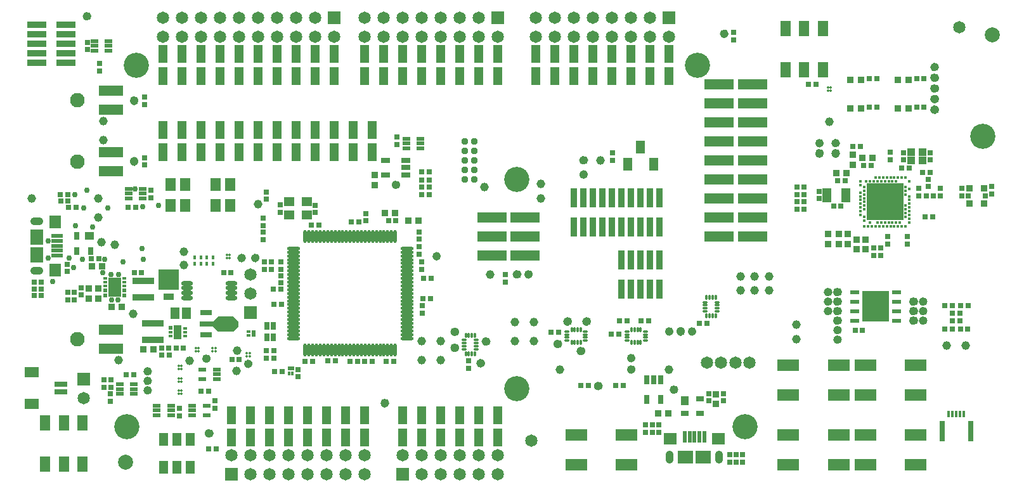
<source format=gts>
G04*
G04 #@! TF.GenerationSoftware,Altium Limited,Altium Designer,18.0.11 (651)*
G04*
G04 Layer_Color=8388736*
%FSLAX24Y24*%
%MOIN*%
G70*
G01*
G75*
%ADD108C,0.0240*%
%ADD109R,0.0532X0.0493*%
%ADD110C,0.0454*%
%ADD111R,0.0296X0.0257*%
%ADD112R,0.0296X0.0277*%
%ADD113R,0.0355X0.0375*%
%ADD114R,0.0277X0.0296*%
%ADD115R,0.0257X0.0316*%
%ADD116R,0.0257X0.0296*%
%ADD117C,0.0139*%
%ADD118R,0.0690X0.1044*%
%ADD119R,0.0232X0.0154*%
%ADD120R,0.0232X0.0242*%
%ADD121R,0.0237X0.0198*%
%ADD122R,0.0237X0.0158*%
%ADD123R,0.0414X0.0769*%
%ADD124R,0.0611X0.0296*%
%ADD125R,0.0729X0.0296*%
%ADD126O,0.0710X0.0178*%
%ADD127O,0.0178X0.0710*%
%ADD128R,0.1123X0.0375*%
%ADD129R,0.0375X0.0355*%
%ADD130R,0.0493X0.0611*%
%ADD131R,0.0395X0.0454*%
%ADD132R,0.0395X0.0296*%
%ADD133R,0.0454X0.0395*%
%ADD134R,0.0296X0.0395*%
%ADD135R,0.0158X0.0202*%
%ADD136R,0.1060X0.1111*%
%ADD137R,0.0560X0.0360*%
%ADD138R,0.0316X0.0257*%
%ADD139C,0.0787*%
%ADD140R,0.0288X0.0257*%
%ADD141R,0.0375X0.0355*%
%ADD142R,0.0611X0.0690*%
%ADD143R,0.0670X0.0808*%
%ADD144R,0.0592X0.0217*%
%ADD145R,0.0690X0.0611*%
%ADD146R,0.0808X0.0670*%
%ADD147R,0.0217X0.0592*%
%ADD148C,0.0370*%
%ADD149R,0.0296X0.1084*%
%ADD150R,0.0178X0.0375*%
%ADD151R,0.0670X0.0296*%
%ADD152R,0.0769X0.0532*%
%ADD153R,0.0360X0.0380*%
%ADD154R,0.0316X0.0395*%
%ADD155R,0.0462X0.0922*%
%ADD156R,0.1560X0.0560*%
%ADD157R,0.0359X0.1005*%
%ADD158R,0.1005X0.0359*%
%ADD159R,0.1312X0.0560*%
%ADD160R,0.0414X0.0198*%
%ADD161R,0.0217X0.0336*%
%ADD162R,0.0217X0.0158*%
%ADD163R,0.0336X0.0217*%
%ADD164R,0.0158X0.0217*%
%ADD165R,0.1143X0.0611*%
%ADD166R,0.0532X0.0847*%
%ADD167R,0.0454X0.0690*%
%ADD168R,0.0532X0.0690*%
%ADD169C,0.0148*%
%ADD170R,0.1949X0.1949*%
%ADD171R,0.1399X0.1635*%
%ADD172R,0.0513X0.0237*%
%ADD173C,0.0134*%
%ADD174O,0.0305X0.0136*%
%ADD175O,0.0136X0.0305*%
%ADD176O,0.0611X0.0237*%
%ADD177R,0.0296X0.0454*%
%ADD178R,0.0454X0.0296*%
%ADD179R,0.0434X0.0395*%
%ADD180R,0.0454X0.0769*%
%ADD181C,0.0651*%
%ADD182C,0.1320*%
%ADD183R,0.0651X0.0651*%
%ADD184R,0.0651X0.0651*%
%ADD185O,0.0690X0.0414*%
%ADD186O,0.0414X0.0690*%
%ADD187C,0.0761*%
%ADD188C,0.0300*%
G36*
X11083Y8804D02*
X11088Y8803D01*
X11092Y8801D01*
X11096Y8798D01*
X11100Y8795D01*
X11356Y8539D01*
X11359Y8536D01*
X11361Y8532D01*
X11363Y8527D01*
X11364Y8523D01*
X11364Y8518D01*
Y8282D01*
X11364Y8277D01*
X11363Y8273D01*
X11361Y8268D01*
X11359Y8264D01*
X11356Y8261D01*
X11100Y8005D01*
X11096Y8002D01*
X11092Y7999D01*
X11088Y7997D01*
X11083Y7996D01*
X11078Y7996D01*
X10291D01*
X10286Y7996D01*
X10282Y7997D01*
X10277Y7999D01*
X10273Y8002D01*
X10270Y8005D01*
X10014Y8261D01*
X10011Y8264D01*
X10008Y8268D01*
X10006Y8273D01*
X10005Y8277D01*
X10005Y8282D01*
Y8518D01*
X10005Y8523D01*
X10006Y8527D01*
X10008Y8532D01*
X10011Y8536D01*
X10014Y8539D01*
X10270Y8795D01*
X10273Y8798D01*
X10277Y8801D01*
X10282Y8803D01*
X10286Y8804D01*
X10291Y8804D01*
X11078D01*
X11083Y8804D01*
D02*
G37*
D108*
X34710Y8011D02*
G03*
X34710Y8011I-110J0D01*
G01*
Y7989D02*
G03*
X34710Y7989I-110J0D01*
G01*
X42010Y17349D02*
G03*
X42010Y17349I-110J0D01*
G01*
Y17371D02*
G03*
X42010Y17371I-110J0D01*
G01*
X42860Y17349D02*
G03*
X42860Y17349I-110J0D01*
G01*
Y17371D02*
G03*
X42860Y17371I-110J0D01*
G01*
X42010Y17899D02*
G03*
X42010Y17899I-110J0D01*
G01*
X42860D02*
G03*
X42860Y17899I-110J0D01*
G01*
X42949Y9070D02*
G03*
X42949Y9070I-110J0D01*
G01*
X42971D02*
G03*
X42971Y9070I-110J0D01*
G01*
X42949Y9570D02*
G03*
X42949Y9570I-110J0D01*
G01*
X42971D02*
G03*
X42971Y9570I-110J0D01*
G01*
X42949Y10070D02*
G03*
X42949Y10070I-110J0D01*
G01*
X42971D02*
G03*
X42971Y10070I-110J0D01*
G01*
X46971Y8570D02*
G03*
X46971Y8570I-110J0D01*
G01*
X46949D02*
G03*
X46949Y8570I-110J0D01*
G01*
X46971Y9070D02*
G03*
X46971Y9070I-110J0D01*
G01*
X46949D02*
G03*
X46949Y9070I-110J0D01*
G01*
X46971Y9570D02*
G03*
X46971Y9570I-110J0D01*
G01*
X46949D02*
G03*
X46949Y9570I-110J0D01*
G01*
X42949Y8570D02*
G03*
X42949Y8570I-110J0D01*
G01*
X42971D02*
G03*
X42971Y8570I-110J0D01*
G01*
X42959Y8070D02*
G03*
X42959Y8070I-110J0D01*
G01*
Y7570D02*
G03*
X42959Y7570I-110J0D01*
G01*
X42461Y9070D02*
G03*
X42461Y9070I-110J0D01*
G01*
Y9570D02*
G03*
X42461Y9570I-110J0D01*
G01*
Y10070D02*
G03*
X42461Y10070I-110J0D01*
G01*
X47459Y8570D02*
G03*
X47459Y8570I-110J0D01*
G01*
Y9070D02*
G03*
X47459Y9070I-110J0D01*
G01*
Y9570D02*
G03*
X47459Y9570I-110J0D01*
G01*
X21881Y11951D02*
G03*
X21881Y11951I-110J0D01*
G01*
X37000Y23649D02*
G03*
X37000Y23649I-110J0D01*
G01*
X26711Y11000D02*
G03*
X26711Y11000I-110J0D01*
G01*
X26121D02*
G03*
X26121Y11000I-110J0D01*
G01*
X26099D02*
G03*
X26099Y11000I-110J0D01*
G01*
X6692Y5900D02*
G03*
X6692Y5900I-110J0D01*
G01*
X6691Y5400D02*
G03*
X6691Y5400I-110J0D01*
G01*
X6692Y4900D02*
G03*
X6692Y4900I-110J0D01*
G01*
X11979Y6296D02*
G03*
X11979Y6296I-110J0D01*
G01*
X19160Y4219D02*
G03*
X19160Y4219I-110J0D01*
G01*
Y4241D02*
G03*
X19160Y4241I-110J0D01*
G01*
X9780Y6571D02*
G03*
X9780Y6571I-110J0D01*
G01*
X5980Y16950D02*
G03*
X5980Y16950I-110J0D01*
G01*
Y16928D02*
G03*
X5980Y16928I-110J0D01*
G01*
Y20141D02*
G03*
X5980Y20141I-110J0D01*
G01*
Y20119D02*
G03*
X5980Y20119I-110J0D01*
G01*
X32109Y6600D02*
G03*
X32109Y6600I-110J0D01*
G01*
X35310Y7999D02*
G03*
X35310Y7999I-110J0D01*
G01*
X34110D02*
G03*
X34110Y7999I-110J0D01*
G01*
X32111Y6000D02*
G03*
X32111Y6000I-110J0D01*
G01*
X3501Y24570D02*
G03*
X3501Y24570I-110J0D01*
G01*
X11630Y11861D02*
G03*
X11630Y11861I-110J0D01*
G01*
X12350D02*
G03*
X12350Y11861I-110J0D01*
G01*
X30391Y5130D02*
G03*
X30391Y5130I-110J0D01*
G01*
X30369D02*
G03*
X30369Y5130I-110J0D01*
G01*
X34360Y4941D02*
G03*
X34360Y4941I-110J0D01*
G01*
X19741Y15710D02*
G03*
X19741Y15710I-110J0D01*
G01*
X48062Y21897D02*
G03*
X48062Y21897I-110J0D01*
G01*
X48074Y19657D02*
G03*
X48074Y19657I-110J0D01*
G01*
X48052D02*
G03*
X48052Y19657I-110J0D01*
G01*
X48074Y20217D02*
G03*
X48074Y20217I-110J0D01*
G01*
X48052D02*
G03*
X48052Y20217I-110J0D01*
G01*
X48074Y20777D02*
G03*
X48074Y20777I-110J0D01*
G01*
X48052D02*
G03*
X48052Y20777I-110J0D01*
G01*
X48074Y21337D02*
G03*
X48074Y21337I-110J0D01*
G01*
X48052D02*
G03*
X48052Y21337I-110J0D01*
G01*
X28239Y7340D02*
G03*
X28239Y7340I-110J0D01*
G01*
X28261D02*
G03*
X28261Y7340I-110J0D01*
G01*
X29481Y6970D02*
G03*
X29481Y6970I-110J0D01*
G01*
X29459D02*
G03*
X29459Y6970I-110J0D01*
G01*
X24211Y6330D02*
G03*
X24211Y6330I-110J0D01*
G01*
X24189D02*
G03*
X24189Y6330I-110J0D01*
G01*
X24491Y7470D02*
G03*
X24491Y7470I-110J0D01*
G01*
X24469D02*
G03*
X24469Y7470I-110J0D01*
G01*
X22829Y7980D02*
G03*
X22829Y7980I-110J0D01*
G01*
X22851D02*
G03*
X22851Y7980I-110J0D01*
G01*
X22829Y7140D02*
G03*
X22829Y7140I-110J0D01*
G01*
X22851D02*
G03*
X22851Y7140I-110J0D01*
G01*
X28759Y8520D02*
G03*
X28759Y8520I-110J0D01*
G01*
X28781D02*
G03*
X28781Y8520I-110J0D01*
G01*
X29759D02*
G03*
X29759Y8520I-110J0D01*
G01*
X29781D02*
G03*
X29781Y8520I-110J0D01*
G01*
X29621Y17000D02*
G03*
X29621Y17000I-110J0D01*
G01*
X29599D02*
G03*
X29599Y17000I-110J0D01*
G01*
X29611Y16250D02*
G03*
X29611Y16250I-110J0D01*
G01*
X9931Y2640D02*
G03*
X9931Y2640I-110J0D01*
G01*
X9909D02*
G03*
X9909Y2640I-110J0D01*
G01*
D109*
X14946Y14109D02*
D03*
Y14811D02*
D03*
X14006Y14109D02*
D03*
Y14811D02*
D03*
D110*
X27250Y15000D02*
D03*
Y15750D02*
D03*
X4250Y18050D02*
D03*
Y19050D02*
D03*
X25900Y7500D02*
D03*
X25900Y8500D02*
D03*
X26900Y7500D02*
D03*
Y8500D02*
D03*
X21000Y6500D02*
D03*
X22000D02*
D03*
X21000Y7500D02*
D03*
X22000D02*
D03*
X4860Y12559D02*
D03*
X4160Y12700D02*
D03*
X4000Y14000D02*
D03*
Y15000D02*
D03*
X48600Y7250D02*
D03*
X49600D02*
D03*
X8500Y12200D02*
D03*
X24600Y11000D02*
D03*
X11240Y5920D02*
D03*
X30400Y17000D02*
D03*
X42430Y19020D02*
D03*
X5050Y6500D02*
D03*
X34000Y6000D02*
D03*
X500Y15000D02*
D03*
X12400Y14700D02*
D03*
X11300Y7000D02*
D03*
X8500Y11500D02*
D03*
X40700Y7600D02*
D03*
Y8350D02*
D03*
X24300Y15600D02*
D03*
X28250Y6000D02*
D03*
X8800Y6450D02*
D03*
X5810Y8930D02*
D03*
X39250Y10900D02*
D03*
Y10150D02*
D03*
X38500Y10900D02*
D03*
Y10150D02*
D03*
X37750Y10900D02*
D03*
Y10150D02*
D03*
D111*
X7707Y6760D02*
D03*
X7313D02*
D03*
X44607Y16710D02*
D03*
X44213D02*
D03*
X43238Y15927D02*
D03*
X42844D02*
D03*
X47466Y14023D02*
D03*
X47860D02*
D03*
X46216Y16601D02*
D03*
X46610D02*
D03*
X42637Y14587D02*
D03*
X43031D02*
D03*
X15253Y6440D02*
D03*
X14859D02*
D03*
X15179Y13580D02*
D03*
X15573D02*
D03*
X16043Y6450D02*
D03*
X16437D02*
D03*
X17299Y13750D02*
D03*
X17693D02*
D03*
X19527Y6430D02*
D03*
X19133D02*
D03*
X19239Y13830D02*
D03*
X19633D02*
D03*
X21443Y9740D02*
D03*
X21049D02*
D03*
X27793Y7950D02*
D03*
X28187D02*
D03*
X48877Y8137D02*
D03*
X48483D02*
D03*
X49697D02*
D03*
X49303D02*
D03*
X30953Y7860D02*
D03*
X31347D02*
D03*
X44167Y8050D02*
D03*
X43773D02*
D03*
X35593Y8430D02*
D03*
X35987D02*
D03*
X2423Y14520D02*
D03*
X2817D02*
D03*
X4013Y11840D02*
D03*
X3619D02*
D03*
X995Y10240D02*
D03*
X602D02*
D03*
X6267Y11100D02*
D03*
X5873D02*
D03*
X10573D02*
D03*
X10967D02*
D03*
X9787Y4850D02*
D03*
X9393D02*
D03*
X13613Y9420D02*
D03*
X13219D02*
D03*
X13189Y10220D02*
D03*
X13583D02*
D03*
X2393Y15197D02*
D03*
X1999D02*
D03*
X47308Y16355D02*
D03*
X47702D02*
D03*
D112*
X7697Y7120D02*
D03*
X7303D02*
D03*
X47002Y19777D02*
D03*
X47395D02*
D03*
X44512D02*
D03*
X44905D02*
D03*
X44512Y21277D02*
D03*
X44905D02*
D03*
X47002D02*
D03*
X47395D02*
D03*
X29343Y5150D02*
D03*
X29737D02*
D03*
X21377Y16390D02*
D03*
X20983D02*
D03*
X17627Y6440D02*
D03*
X17233D02*
D03*
X17993D02*
D03*
X18387D02*
D03*
X21483Y10800D02*
D03*
X21089D02*
D03*
X5563Y14540D02*
D03*
X5957D02*
D03*
X48492Y9370D02*
D03*
X48885D02*
D03*
X49705D02*
D03*
X49312D02*
D03*
X31193Y5150D02*
D03*
X31587D02*
D03*
X32907Y8560D02*
D03*
X32513D02*
D03*
X31393D02*
D03*
X31787D02*
D03*
X995Y10590D02*
D03*
X602D02*
D03*
X20983Y15180D02*
D03*
X21377D02*
D03*
X20983Y15600D02*
D03*
X21377D02*
D03*
X20983Y15960D02*
D03*
X21377D02*
D03*
X8467Y7120D02*
D03*
X8073D02*
D03*
X5453Y5730D02*
D03*
X5847D02*
D03*
X11003Y6540D02*
D03*
X11397D02*
D03*
X9783Y1820D02*
D03*
X10177D02*
D03*
X13637Y5880D02*
D03*
X13243D02*
D03*
X41707Y20990D02*
D03*
X41313D02*
D03*
D113*
X33434Y3700D02*
D03*
X33966D02*
D03*
X42791Y16317D02*
D03*
X43322D02*
D03*
X44149Y17119D02*
D03*
X44681D02*
D03*
X19592Y14230D02*
D03*
X19060D02*
D03*
X20284Y13810D02*
D03*
X20816D02*
D03*
X3660Y11440D02*
D03*
X4192D02*
D03*
X5226Y9280D02*
D03*
X4694D02*
D03*
X6886Y7070D02*
D03*
X6354D02*
D03*
D114*
X37173Y1124D02*
D03*
Y1518D02*
D03*
X19683Y18217D02*
D03*
Y17823D02*
D03*
X3410Y23207D02*
D03*
Y22813D02*
D03*
X13076Y11263D02*
D03*
Y11657D02*
D03*
X37400Y23717D02*
D03*
Y23323D02*
D03*
X4050Y21693D02*
D03*
Y22087D02*
D03*
X6740Y15033D02*
D03*
Y15427D02*
D03*
X48900Y8553D02*
D03*
Y8947D02*
D03*
X49290Y8553D02*
D03*
Y8947D02*
D03*
X12660Y13956D02*
D03*
Y13563D02*
D03*
X12660Y12820D02*
D03*
Y13214D02*
D03*
X20836Y13237D02*
D03*
Y12843D02*
D03*
X25400Y10997D02*
D03*
Y10603D02*
D03*
X44744Y12385D02*
D03*
X45104D02*
D03*
X2730Y10047D02*
D03*
Y9653D02*
D03*
X3090Y10307D02*
D03*
Y9913D02*
D03*
X4639Y5467D02*
D03*
Y5073D02*
D03*
X4289Y5073D02*
D03*
Y5467D02*
D03*
X12830Y14943D02*
D03*
Y15337D02*
D03*
X4630Y4323D02*
D03*
Y4717D02*
D03*
X6430Y16742D02*
D03*
Y17136D02*
D03*
Y19933D02*
D03*
Y20327D02*
D03*
X14500Y5613D02*
D03*
Y6007D02*
D03*
X41070Y14827D02*
D03*
Y14433D02*
D03*
X40710Y14827D02*
D03*
Y14433D02*
D03*
X45104Y11991D02*
D03*
X44744D02*
D03*
X12829Y6987D02*
D03*
Y6593D02*
D03*
X13203Y6987D02*
D03*
Y6593D02*
D03*
X31020Y17003D02*
D03*
Y17397D02*
D03*
D115*
X37843Y1134D02*
D03*
Y1508D02*
D03*
X33113Y3077D02*
D03*
Y2703D02*
D03*
X36856Y4737D02*
D03*
Y4363D02*
D03*
X2336Y11143D02*
D03*
Y11517D02*
D03*
D116*
X37513Y1124D02*
D03*
Y1518D02*
D03*
X47718Y17407D02*
D03*
Y17013D02*
D03*
X46318Y17013D02*
D03*
Y17407D02*
D03*
X45468Y12989D02*
D03*
Y12595D02*
D03*
X46531Y12989D02*
D03*
Y12595D02*
D03*
X45606Y17015D02*
D03*
Y17408D02*
D03*
X41884Y15374D02*
D03*
Y14980D02*
D03*
X12726Y11263D02*
D03*
Y11657D02*
D03*
X13596Y11263D02*
D03*
Y11657D02*
D03*
X13566Y14273D02*
D03*
Y14667D02*
D03*
X15386Y14637D02*
D03*
Y14243D02*
D03*
X18056Y14207D02*
D03*
Y13813D02*
D03*
X21016Y9357D02*
D03*
Y8963D02*
D03*
X20986Y11667D02*
D03*
Y11273D02*
D03*
X20836Y12467D02*
D03*
Y12073D02*
D03*
X50937Y15238D02*
D03*
Y15631D02*
D03*
X23460Y6063D02*
D03*
Y6457D02*
D03*
X33463Y3087D02*
D03*
Y2693D02*
D03*
X36076Y4737D02*
D03*
Y4343D02*
D03*
X32765Y2688D02*
D03*
Y3082D02*
D03*
X2380Y10057D02*
D03*
Y9663D02*
D03*
X8250Y3573D02*
D03*
Y3967D02*
D03*
X10120Y3973D02*
D03*
Y4367D02*
D03*
X40710Y15597D02*
D03*
Y15203D02*
D03*
X41070Y15203D02*
D03*
Y15597D02*
D03*
X13596Y10543D02*
D03*
Y10937D02*
D03*
X48256Y15133D02*
D03*
Y15527D02*
D03*
X47606Y16007D02*
D03*
Y15613D02*
D03*
X47132Y15115D02*
D03*
Y15509D02*
D03*
X49379Y15526D02*
D03*
Y15132D02*
D03*
D117*
X34600Y8133D02*
D03*
Y7867D02*
D03*
X41900Y17227D02*
D03*
Y17493D02*
D03*
X42750Y17227D02*
D03*
Y17493D02*
D03*
X41900Y18023D02*
D03*
Y17777D02*
D03*
X42750Y18023D02*
D03*
Y17777D02*
D03*
X42717Y9070D02*
D03*
X42983D02*
D03*
X42717Y9570D02*
D03*
X42983D02*
D03*
X42717Y10070D02*
D03*
X42983D02*
D03*
X46983Y8570D02*
D03*
X46717D02*
D03*
X46983Y9070D02*
D03*
X46717D02*
D03*
X46983Y9570D02*
D03*
X46717D02*
D03*
X42717Y8570D02*
D03*
X42983D02*
D03*
X42973Y8070D02*
D03*
X42727D02*
D03*
X42973Y7570D02*
D03*
X42727D02*
D03*
X42227Y9070D02*
D03*
X42473D02*
D03*
X42227Y9570D02*
D03*
X42473D02*
D03*
X42227Y10070D02*
D03*
X42473D02*
D03*
X47473Y8570D02*
D03*
X47227D02*
D03*
X47473Y9070D02*
D03*
X47227D02*
D03*
X47473Y9570D02*
D03*
X47227D02*
D03*
X21771Y11827D02*
D03*
Y12073D02*
D03*
X36890Y23773D02*
D03*
Y23527D02*
D03*
X26477Y11000D02*
D03*
X26723D02*
D03*
X26133D02*
D03*
X25867D02*
D03*
X6458Y5900D02*
D03*
X6704D02*
D03*
X6457Y5400D02*
D03*
X6703D02*
D03*
X6458Y4900D02*
D03*
X6704D02*
D03*
X11745Y6296D02*
D03*
X11991D02*
D03*
X19050Y4097D02*
D03*
Y4363D02*
D03*
X9670Y6447D02*
D03*
Y6693D02*
D03*
X5870Y17072D02*
D03*
Y16806D02*
D03*
Y20263D02*
D03*
Y19997D02*
D03*
X32123Y6600D02*
D03*
X31877D02*
D03*
X35200Y8123D02*
D03*
Y7877D02*
D03*
X34000Y8123D02*
D03*
Y7877D02*
D03*
X31877Y6000D02*
D03*
X32123D02*
D03*
X3267Y24570D02*
D03*
X3513D02*
D03*
X11520Y11737D02*
D03*
Y11983D02*
D03*
X12240Y11737D02*
D03*
Y11983D02*
D03*
X30403Y5130D02*
D03*
X30137D02*
D03*
X34250Y4817D02*
D03*
Y5063D02*
D03*
X19507Y15710D02*
D03*
X19753D02*
D03*
X48076Y21897D02*
D03*
X47830D02*
D03*
X48086Y19657D02*
D03*
X47820D02*
D03*
X48086Y20217D02*
D03*
X47820D02*
D03*
X48086Y20777D02*
D03*
X47820D02*
D03*
X48086Y21337D02*
D03*
X47820D02*
D03*
X28007Y7340D02*
D03*
X28273D02*
D03*
X29493Y6970D02*
D03*
X29227D02*
D03*
X24223Y6330D02*
D03*
X23957D02*
D03*
X24503Y7470D02*
D03*
X24237D02*
D03*
X22597Y7980D02*
D03*
X22863D02*
D03*
X22597Y7140D02*
D03*
X22863D02*
D03*
X28527Y8520D02*
D03*
X28793D02*
D03*
X29527D02*
D03*
X29793D02*
D03*
X29633Y17000D02*
D03*
X29367D02*
D03*
X29377Y16250D02*
D03*
X29623D02*
D03*
X9943Y2640D02*
D03*
X9677D02*
D03*
D118*
X4860Y10340D02*
D03*
D119*
X4360Y10793D02*
D03*
Y10596D02*
D03*
Y10399D02*
D03*
X5360D02*
D03*
Y10596D02*
D03*
Y10793D02*
D03*
D120*
X4360Y10143D02*
D03*
Y9887D02*
D03*
X5360D02*
D03*
Y10143D02*
D03*
D121*
X7776Y8177D02*
D03*
D122*
Y7960D02*
D03*
Y7763D02*
D03*
X8544D02*
D03*
Y7960D02*
D03*
Y8157D02*
D03*
D123*
X8160Y7960D02*
D03*
D124*
X9641Y7809D02*
D03*
Y8991D02*
D03*
D125*
X9700Y8400D02*
D03*
D126*
X14244Y7638D02*
D03*
Y7835D02*
D03*
Y8031D02*
D03*
Y8228D02*
D03*
Y8425D02*
D03*
Y8622D02*
D03*
Y8819D02*
D03*
Y9016D02*
D03*
Y9213D02*
D03*
Y9409D02*
D03*
Y9606D02*
D03*
Y9803D02*
D03*
Y10000D02*
D03*
Y10197D02*
D03*
Y10394D02*
D03*
Y10591D02*
D03*
Y10787D02*
D03*
Y10984D02*
D03*
Y11181D02*
D03*
Y11378D02*
D03*
Y11575D02*
D03*
Y11772D02*
D03*
Y11968D02*
D03*
Y12165D02*
D03*
Y12362D02*
D03*
X20208D02*
D03*
Y12165D02*
D03*
Y11968D02*
D03*
Y11772D02*
D03*
Y11575D02*
D03*
Y11378D02*
D03*
Y11181D02*
D03*
Y10984D02*
D03*
Y10787D02*
D03*
Y10591D02*
D03*
Y10394D02*
D03*
Y10197D02*
D03*
Y10000D02*
D03*
Y9803D02*
D03*
Y9606D02*
D03*
Y9409D02*
D03*
Y9213D02*
D03*
Y9016D02*
D03*
Y8819D02*
D03*
Y8622D02*
D03*
Y8425D02*
D03*
Y8228D02*
D03*
Y8031D02*
D03*
Y7835D02*
D03*
Y7638D02*
D03*
D127*
X14864Y12982D02*
D03*
X15061D02*
D03*
X15258D02*
D03*
X15454D02*
D03*
X15651D02*
D03*
X15848D02*
D03*
X16045D02*
D03*
X16242D02*
D03*
X16439D02*
D03*
X16636D02*
D03*
X16832D02*
D03*
X17029D02*
D03*
X17226D02*
D03*
X17423D02*
D03*
X17620D02*
D03*
X17817D02*
D03*
X18013D02*
D03*
X18210D02*
D03*
X18407D02*
D03*
X18604D02*
D03*
X18801D02*
D03*
X18998D02*
D03*
X19195D02*
D03*
X19391D02*
D03*
X19588D02*
D03*
Y7018D02*
D03*
X19391D02*
D03*
X19195D02*
D03*
X18998D02*
D03*
X18801D02*
D03*
X18604D02*
D03*
X18407D02*
D03*
X18210D02*
D03*
X18013D02*
D03*
X17817D02*
D03*
X17620D02*
D03*
X17423D02*
D03*
X17226D02*
D03*
X17029D02*
D03*
X16832D02*
D03*
X16636D02*
D03*
X16439D02*
D03*
X16242D02*
D03*
X16045D02*
D03*
X15848D02*
D03*
X15651D02*
D03*
X15454D02*
D03*
X15258D02*
D03*
X15061D02*
D03*
X14864D02*
D03*
D128*
X6850Y7547D02*
D03*
Y8413D02*
D03*
X6340Y9777D02*
D03*
Y10643D02*
D03*
D129*
X42367Y12595D02*
D03*
Y13127D02*
D03*
X42919Y12595D02*
D03*
Y13127D02*
D03*
X43844Y12310D02*
D03*
Y12841D02*
D03*
X36466Y4175D02*
D03*
Y4706D02*
D03*
X3970Y9724D02*
D03*
Y10256D02*
D03*
X3500Y9724D02*
D03*
Y10256D02*
D03*
X18530Y15694D02*
D03*
Y16226D02*
D03*
X43667Y17300D02*
D03*
Y16769D02*
D03*
X43381Y12595D02*
D03*
Y13127D02*
D03*
X44307Y12310D02*
D03*
Y12841D02*
D03*
D130*
X8015Y8970D02*
D03*
X8605D02*
D03*
D131*
X34804Y4366D02*
D03*
D132*
Y3697D02*
D03*
X35611D02*
D03*
Y4445D02*
D03*
D133*
X3521Y13034D02*
D03*
D134*
X2852D02*
D03*
Y12226D02*
D03*
X3600D02*
D03*
D135*
X9370Y11884D02*
D03*
Y11553D02*
D03*
X10010Y11884D02*
D03*
Y11553D02*
D03*
X9050Y11884D02*
D03*
Y11553D02*
D03*
X9690Y11884D02*
D03*
Y11553D02*
D03*
D136*
X7680Y10736D02*
D03*
D137*
Y9810D02*
D03*
D138*
X983Y9897D02*
D03*
X609D02*
D03*
X43667Y17714D02*
D03*
X44041D02*
D03*
X2012Y14856D02*
D03*
X2386D02*
D03*
X47505Y15112D02*
D03*
X47879Y15112D02*
D03*
D139*
X50973Y23600D02*
D03*
X5411Y1120D02*
D03*
D140*
X50623Y15115D02*
D03*
X49710D02*
D03*
D141*
X50541Y14711D02*
D03*
Y15518D02*
D03*
X49793D02*
D03*
Y14711D02*
D03*
D142*
X1730Y13760D02*
D03*
Y11240D02*
D03*
D143*
X765Y12028D02*
D03*
Y12972D02*
D03*
D144*
X1818Y11988D02*
D03*
Y12244D02*
D03*
Y13012D02*
D03*
Y12756D02*
D03*
Y12500D02*
D03*
D145*
X34067Y2365D02*
D03*
X36586D02*
D03*
D146*
X35799Y1400D02*
D03*
X34854D02*
D03*
D147*
X35838Y2454D02*
D03*
X35582D02*
D03*
X34815D02*
D03*
X35071D02*
D03*
X35326D02*
D03*
D148*
X23250Y16000D02*
D03*
Y16500D02*
D03*
Y17000D02*
D03*
Y17500D02*
D03*
Y18000D02*
D03*
X23750D02*
D03*
Y17500D02*
D03*
Y17000D02*
D03*
Y16500D02*
D03*
Y16000D02*
D03*
D149*
X49842Y2767D02*
D03*
X48346D02*
D03*
D150*
X49290Y3673D02*
D03*
X49094D02*
D03*
X48897D02*
D03*
X48700D02*
D03*
X49487D02*
D03*
D151*
X2010Y5227D02*
D03*
Y4833D02*
D03*
D152*
X484Y5857D02*
D03*
Y4203D02*
D03*
D153*
X44083Y21227D02*
D03*
X43533D02*
D03*
X46583D02*
D03*
X46033D02*
D03*
X44083Y19727D02*
D03*
X43533D02*
D03*
X46583D02*
D03*
X46033D02*
D03*
D154*
X12849Y8275D02*
D03*
Y7705D02*
D03*
X13183D02*
D03*
Y8275D02*
D03*
D155*
X13000Y2423D02*
D03*
X17000D02*
D03*
X13000Y3577D02*
D03*
X17000D02*
D03*
X12000Y2423D02*
D03*
X11000D02*
D03*
X16000D02*
D03*
X15000D02*
D03*
X18000D02*
D03*
X12000Y3577D02*
D03*
X11000D02*
D03*
X16000Y3577D02*
D03*
X15000Y3577D02*
D03*
X18000D02*
D03*
X14000Y2423D02*
D03*
Y3577D02*
D03*
X22000Y2423D02*
D03*
Y3577D02*
D03*
X20000Y2423D02*
D03*
X21000D02*
D03*
X24000D02*
D03*
X25000D02*
D03*
X20000Y3577D02*
D03*
X21000D02*
D03*
X24000D02*
D03*
X25000D02*
D03*
X23000Y2423D02*
D03*
X23000Y3577D02*
D03*
X23000Y22577D02*
D03*
X19000D02*
D03*
X23000Y21423D02*
D03*
X19000D02*
D03*
X24000Y22577D02*
D03*
X25000D02*
D03*
X20000D02*
D03*
X21000D02*
D03*
X18000D02*
D03*
X24000Y21423D02*
D03*
X25000D02*
D03*
X20000Y21423D02*
D03*
X21000Y21423D02*
D03*
X18000D02*
D03*
X22000Y22577D02*
D03*
Y21423D02*
D03*
X14400Y22577D02*
D03*
X10400D02*
D03*
X14400Y21423D02*
D03*
X10400Y21423D02*
D03*
X16400Y22577D02*
D03*
X15400D02*
D03*
X12400D02*
D03*
X11400D02*
D03*
X9400D02*
D03*
X8400D02*
D03*
X16400Y21423D02*
D03*
X15400D02*
D03*
X12400D02*
D03*
X11400D02*
D03*
X9400D02*
D03*
X8400Y21423D02*
D03*
X13400Y22577D02*
D03*
X7400D02*
D03*
X13400Y21423D02*
D03*
X7400D02*
D03*
X32000Y22577D02*
D03*
X28000D02*
D03*
X32000Y21423D02*
D03*
X28000D02*
D03*
X33000Y22577D02*
D03*
X34000D02*
D03*
X29000D02*
D03*
X30000D02*
D03*
X27000D02*
D03*
X33000Y21423D02*
D03*
X34000D02*
D03*
X29000Y21423D02*
D03*
X30000Y21423D02*
D03*
X27000D02*
D03*
X31000Y22577D02*
D03*
Y21423D02*
D03*
X18400Y18577D02*
D03*
Y17423D02*
D03*
X17400Y18577D02*
D03*
Y17423D02*
D03*
X13400Y18577D02*
D03*
Y17423D02*
D03*
X14400Y18577D02*
D03*
Y17423D02*
D03*
X8400Y18577D02*
D03*
Y17423D02*
D03*
X9400D02*
D03*
Y18577D02*
D03*
X10400Y17423D02*
D03*
Y18577D02*
D03*
X12400Y17423D02*
D03*
Y18577D02*
D03*
X11400Y17423D02*
D03*
Y18577D02*
D03*
X7400D02*
D03*
Y17423D02*
D03*
X16400D02*
D03*
Y18577D02*
D03*
X15400Y17423D02*
D03*
Y18577D02*
D03*
D156*
X24675Y14000D02*
D03*
X26425D02*
D03*
X24675Y13000D02*
D03*
X26425D02*
D03*
X24675Y12000D02*
D03*
X26425D02*
D03*
X38375Y13000D02*
D03*
X36625D02*
D03*
X38375Y15000D02*
D03*
X36625D02*
D03*
Y21000D02*
D03*
X38375D02*
D03*
X36625Y20000D02*
D03*
X38375D02*
D03*
X36625Y19000D02*
D03*
X38375D02*
D03*
X36625Y18000D02*
D03*
X38375D02*
D03*
X36625Y17000D02*
D03*
X38375D02*
D03*
X36625Y16000D02*
D03*
X38375D02*
D03*
X36625Y14000D02*
D03*
X38375D02*
D03*
D157*
X31500Y11768D02*
D03*
X32000D02*
D03*
X32500D02*
D03*
X33000D02*
D03*
X33500D02*
D03*
X31500Y10232D02*
D03*
X32000D02*
D03*
X32500D02*
D03*
X33000D02*
D03*
X33500D02*
D03*
X29000Y15018D02*
D03*
X29500D02*
D03*
X30000D02*
D03*
X30500D02*
D03*
X31000D02*
D03*
X29000Y13482D02*
D03*
X29500D02*
D03*
X30000D02*
D03*
X30500D02*
D03*
X31000D02*
D03*
X33500D02*
D03*
X33000D02*
D03*
X32500D02*
D03*
X32000D02*
D03*
X31500D02*
D03*
X33500Y15018D02*
D03*
X33000D02*
D03*
X32500D02*
D03*
X32000D02*
D03*
X31500D02*
D03*
D158*
X2298Y24140D02*
D03*
Y23640D02*
D03*
Y23140D02*
D03*
Y22640D02*
D03*
Y22140D02*
D03*
X762Y24140D02*
D03*
Y23640D02*
D03*
Y23140D02*
D03*
Y22640D02*
D03*
Y22140D02*
D03*
D159*
X4650Y7090D02*
D03*
Y8090D02*
D03*
Y16429D02*
D03*
Y17429D02*
D03*
Y19657D02*
D03*
Y20657D02*
D03*
D160*
X20179Y17624D02*
D03*
Y17880D02*
D03*
Y18136D02*
D03*
X20927D02*
D03*
Y17880D02*
D03*
Y17624D02*
D03*
X3786Y22754D02*
D03*
Y23010D02*
D03*
Y23266D02*
D03*
X4534D02*
D03*
Y23010D02*
D03*
Y22754D02*
D03*
X6324Y15506D02*
D03*
Y15250D02*
D03*
Y14994D02*
D03*
X5576D02*
D03*
Y15250D02*
D03*
Y15506D02*
D03*
X5854Y5226D02*
D03*
Y4970D02*
D03*
Y4714D02*
D03*
X5106D02*
D03*
Y4970D02*
D03*
Y5226D02*
D03*
X9456Y5494D02*
D03*
Y6006D02*
D03*
X10204D02*
D03*
Y5750D02*
D03*
Y5494D02*
D03*
X7804Y4106D02*
D03*
Y3850D02*
D03*
Y3594D02*
D03*
X7056D02*
D03*
Y3850D02*
D03*
Y4106D02*
D03*
X9674D02*
D03*
Y3594D02*
D03*
X8926D02*
D03*
Y3850D02*
D03*
Y4106D02*
D03*
D161*
X12148Y7890D02*
D03*
D162*
X11872Y7979D02*
D03*
Y7801D02*
D03*
D163*
X14110Y6058D02*
D03*
D164*
X14021Y5782D02*
D03*
X14199D02*
D03*
D165*
X40267Y6232D02*
D03*
Y4657D02*
D03*
X42924Y6232D02*
D03*
Y4657D02*
D03*
X44307Y6232D02*
D03*
Y4657D02*
D03*
X46964Y6232D02*
D03*
Y4657D02*
D03*
X42924Y985D02*
D03*
Y2560D02*
D03*
X40267Y985D02*
D03*
Y2560D02*
D03*
X46964Y985D02*
D03*
Y2560D02*
D03*
X44307Y985D02*
D03*
Y2560D02*
D03*
X31759Y985D02*
D03*
Y2560D02*
D03*
X29101Y985D02*
D03*
Y2560D02*
D03*
D166*
X40106Y23913D02*
D03*
X42074D02*
D03*
X41090D02*
D03*
Y21747D02*
D03*
X42074D02*
D03*
X40106D02*
D03*
X3160Y1027D02*
D03*
X1192D02*
D03*
X2176D02*
D03*
Y3193D02*
D03*
X1192D02*
D03*
X3160D02*
D03*
D167*
X32500Y17703D02*
D03*
X31811Y16797D02*
D03*
X33189D02*
D03*
X8809Y2328D02*
D03*
X8120D02*
D03*
X7431D02*
D03*
Y872D02*
D03*
X8120D02*
D03*
X8809D02*
D03*
D168*
X10925Y15711D02*
D03*
X10137D02*
D03*
X8563D02*
D03*
X10925Y14609D02*
D03*
X10137D02*
D03*
X7775D02*
D03*
X8563D02*
D03*
X7775Y15711D02*
D03*
D169*
X46226Y16090D02*
D03*
X44848D02*
D03*
X45045D02*
D03*
X45242D02*
D03*
X45438D02*
D03*
X45635D02*
D03*
X45832D02*
D03*
X46029D02*
D03*
X46423D02*
D03*
X44060Y15893D02*
D03*
X44356D02*
D03*
X44553D02*
D03*
X44749D02*
D03*
X44946D02*
D03*
X45143D02*
D03*
X45340D02*
D03*
X45537D02*
D03*
X45734D02*
D03*
X45931D02*
D03*
X46620D02*
D03*
X46423Y15597D02*
D03*
X44060Y15696D02*
D03*
X44257Y15597D02*
D03*
X46620Y15499D02*
D03*
X44257Y15401D02*
D03*
X46423D02*
D03*
X44060Y15302D02*
D03*
X44257Y15204D02*
D03*
X46423D02*
D03*
X44060Y15105D02*
D03*
X46620D02*
D03*
X44257Y15007D02*
D03*
X44060Y14908D02*
D03*
X46620D02*
D03*
X44257Y14810D02*
D03*
X44060Y14712D02*
D03*
X46620D02*
D03*
X44257Y14613D02*
D03*
X46423D02*
D03*
X44060Y14515D02*
D03*
X46620D02*
D03*
X44257Y14416D02*
D03*
X46423D02*
D03*
X44060Y14318D02*
D03*
X46620D02*
D03*
X46423Y14219D02*
D03*
X44060Y14121D02*
D03*
X46620D02*
D03*
X44257Y14023D02*
D03*
X46423D02*
D03*
X46620Y13924D02*
D03*
X44257Y13826D02*
D03*
X44553Y13727D02*
D03*
X44946D02*
D03*
X45143D02*
D03*
X45340D02*
D03*
X45537D02*
D03*
X45734D02*
D03*
X45931D02*
D03*
X46127D02*
D03*
X46620D02*
D03*
X44257Y13530D02*
D03*
X44454D02*
D03*
X44651D02*
D03*
X44848D02*
D03*
X45045D02*
D03*
X45242D02*
D03*
X45438D02*
D03*
X45635D02*
D03*
X45832D02*
D03*
X46029D02*
D03*
X46226D02*
D03*
X46423D02*
D03*
D170*
X45340Y14810D02*
D03*
D171*
X44850Y9320D02*
D03*
D172*
X43759Y10070D02*
D03*
Y9570D02*
D03*
Y9070D02*
D03*
Y8570D02*
D03*
X45941Y10070D02*
D03*
Y9570D02*
D03*
Y9070D02*
D03*
Y8570D02*
D03*
D173*
X42340Y20817D02*
D03*
X42497D02*
D03*
X42340Y20660D02*
D03*
X42497D02*
D03*
X8359Y6021D02*
D03*
X8201D02*
D03*
X8359Y6179D02*
D03*
X8201D02*
D03*
X8359Y5371D02*
D03*
X8201D02*
D03*
X8359Y5529D02*
D03*
X8201D02*
D03*
X8359Y4721D02*
D03*
X8201D02*
D03*
X8359Y4879D02*
D03*
X8201D02*
D03*
X9991Y7119D02*
D03*
X10149D02*
D03*
X9991Y6961D02*
D03*
X10149D02*
D03*
X9101Y7119D02*
D03*
X9259D02*
D03*
X9101Y6961D02*
D03*
X9259D02*
D03*
X11779Y6845D02*
D03*
X11937D02*
D03*
X11779Y6687D02*
D03*
X11937D02*
D03*
X10741Y11871D02*
D03*
Y12029D02*
D03*
X10899Y11871D02*
D03*
Y12029D02*
D03*
D174*
X28628Y7524D02*
D03*
Y7681D02*
D03*
Y7839D02*
D03*
Y7996D02*
D03*
X29592D02*
D03*
Y7839D02*
D03*
Y7681D02*
D03*
Y7524D02*
D03*
X23215Y7074D02*
D03*
Y7231D02*
D03*
Y7389D02*
D03*
Y7546D02*
D03*
X23865D02*
D03*
Y7389D02*
D03*
Y7231D02*
D03*
Y7074D02*
D03*
X31778Y7524D02*
D03*
Y7681D02*
D03*
Y7839D02*
D03*
Y7996D02*
D03*
X32742D02*
D03*
Y7839D02*
D03*
Y7681D02*
D03*
Y7524D02*
D03*
X35875Y9064D02*
D03*
Y9221D02*
D03*
Y9379D02*
D03*
Y9536D02*
D03*
X36525D02*
D03*
Y9379D02*
D03*
Y9221D02*
D03*
Y9064D02*
D03*
D175*
X28874Y8085D02*
D03*
X29031D02*
D03*
X29189D02*
D03*
X29346D02*
D03*
Y7435D02*
D03*
X29189D02*
D03*
X29031D02*
D03*
X28874D02*
D03*
X23776Y6828D02*
D03*
X23619D02*
D03*
X23461D02*
D03*
X23304D02*
D03*
Y7792D02*
D03*
X23461D02*
D03*
X23619D02*
D03*
X23776D02*
D03*
X32024Y8085D02*
D03*
X32181D02*
D03*
X32339D02*
D03*
X32496D02*
D03*
Y7435D02*
D03*
X32339D02*
D03*
X32181D02*
D03*
X32024D02*
D03*
X36436Y8818D02*
D03*
X36279D02*
D03*
X36121D02*
D03*
X35964D02*
D03*
Y9782D02*
D03*
X36121D02*
D03*
X36279D02*
D03*
X36436D02*
D03*
D176*
X8659Y10534D02*
D03*
Y10278D02*
D03*
Y10022D02*
D03*
Y9766D02*
D03*
X10981Y10534D02*
D03*
Y10278D02*
D03*
Y10022D02*
D03*
Y9766D02*
D03*
D177*
X33564Y5472D02*
D03*
X33190D02*
D03*
X32816D02*
D03*
Y4408D02*
D03*
X33564D02*
D03*
D178*
X20161Y16236D02*
D03*
Y16610D02*
D03*
Y16984D02*
D03*
X19099D02*
D03*
Y16236D02*
D03*
D179*
X46732Y16983D02*
D03*
Y17436D02*
D03*
X47303D02*
D03*
Y16983D02*
D03*
D180*
X43276Y15167D02*
D03*
X42292D02*
D03*
D181*
X36730Y6350D02*
D03*
X37480D02*
D03*
X38230D02*
D03*
X35980D02*
D03*
X12000Y10000D02*
D03*
Y11000D02*
D03*
X3220Y4490D02*
D03*
X7400Y24500D02*
D03*
Y23500D02*
D03*
X8400D02*
D03*
Y24500D02*
D03*
X10400D02*
D03*
Y23500D02*
D03*
X11400D02*
D03*
Y24500D02*
D03*
X13400Y23500D02*
D03*
Y24500D02*
D03*
X16400Y23500D02*
D03*
X15400Y24500D02*
D03*
Y23500D02*
D03*
X14400Y24500D02*
D03*
Y23500D02*
D03*
X12400Y24500D02*
D03*
Y23500D02*
D03*
X9400D02*
D03*
Y24500D02*
D03*
X27000D02*
D03*
Y23500D02*
D03*
X30000D02*
D03*
Y24500D02*
D03*
X32000Y23500D02*
D03*
Y24500D02*
D03*
X33000Y23500D02*
D03*
Y24500D02*
D03*
X34000Y23500D02*
D03*
X31000Y24500D02*
D03*
Y23500D02*
D03*
X29000Y24500D02*
D03*
Y23500D02*
D03*
X28000D02*
D03*
Y24500D02*
D03*
X18000D02*
D03*
Y23500D02*
D03*
X21000D02*
D03*
Y24500D02*
D03*
X23000Y23500D02*
D03*
Y24500D02*
D03*
X24000Y23500D02*
D03*
Y24500D02*
D03*
X25000Y23500D02*
D03*
X22000Y24500D02*
D03*
Y23500D02*
D03*
X20000Y24500D02*
D03*
Y23500D02*
D03*
X19000D02*
D03*
Y24500D02*
D03*
X18000Y500D02*
D03*
Y1500D02*
D03*
X15000D02*
D03*
Y500D02*
D03*
X13000Y1500D02*
D03*
Y500D02*
D03*
X12000Y1500D02*
D03*
Y500D02*
D03*
X11000Y1500D02*
D03*
X14000Y500D02*
D03*
Y1500D02*
D03*
X16000Y500D02*
D03*
Y1500D02*
D03*
X17000D02*
D03*
Y500D02*
D03*
X25000Y1500D02*
D03*
Y500D02*
D03*
X23000Y1500D02*
D03*
Y500D02*
D03*
X20000Y1500D02*
D03*
X21000Y500D02*
D03*
Y1500D02*
D03*
X22000Y500D02*
D03*
Y1500D02*
D03*
X24000Y500D02*
D03*
Y1500D02*
D03*
X49250Y24000D02*
D03*
X26750Y2250D02*
D03*
D182*
X50500Y18250D02*
D03*
X26000Y5000D02*
D03*
Y16000D02*
D03*
X5500Y3000D02*
D03*
X6000Y22000D02*
D03*
X38000Y3000D02*
D03*
X35500Y22000D02*
D03*
D183*
X12000Y9000D02*
D03*
X3220Y5490D02*
D03*
D184*
X16400Y24500D02*
D03*
X34000D02*
D03*
X25000D02*
D03*
X11000Y500D02*
D03*
X20000D02*
D03*
D185*
X765Y13799D02*
D03*
Y11201D02*
D03*
D186*
X34027Y1400D02*
D03*
X36626D02*
D03*
D187*
X2880Y7590D02*
D03*
Y16929D02*
D03*
Y20157D02*
D03*
D188*
X6340Y11790D02*
D03*
X1590Y10630D02*
D03*
X5930Y15480D02*
D03*
X6310Y14550D02*
D03*
X3370Y15434D02*
D03*
X2790Y13554D02*
D03*
X1360Y11844D02*
D03*
Y12754D02*
D03*
X4326Y11795D02*
D03*
X3700Y13504D02*
D03*
X5296Y11670D02*
D03*
X4500Y14500D02*
D03*
X4216Y11080D02*
D03*
X2446Y11870D02*
D03*
X6300Y12360D02*
D03*
X3210Y14500D02*
D03*
X2760Y15190D02*
D03*
X7140Y14630D02*
D03*
X3140Y11780D02*
D03*
X2670Y11360D02*
D03*
X4650Y10990D02*
D03*
X5060D02*
D03*
X5020Y9660D02*
D03*
X4670D02*
D03*
M02*

</source>
